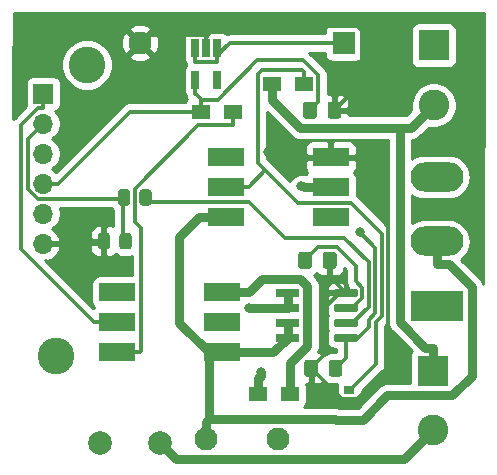
<source format=gbl>
G04 #@! TF.GenerationSoftware,KiCad,Pcbnew,5.1.7-a382d34a8~88~ubuntu18.04.1*
G04 #@! TF.CreationDate,2021-11-19T22:51:01+05:30*
G04 #@! TF.ProjectId,BackEnd_HeavyDevice_v5,4261636b-456e-4645-9f48-656176794465,rev?*
G04 #@! TF.SameCoordinates,Original*
G04 #@! TF.FileFunction,Copper,L2,Bot*
G04 #@! TF.FilePolarity,Positive*
%FSLAX46Y46*%
G04 Gerber Fmt 4.6, Leading zero omitted, Abs format (unit mm)*
G04 Created by KiCad (PCBNEW 5.1.7-a382d34a8~88~ubuntu18.04.1) date 2021-11-19 22:51:01*
%MOMM*%
%LPD*%
G01*
G04 APERTURE LIST*
G04 #@! TA.AperFunction,ComponentPad*
%ADD10C,3.100000*%
G04 #@! TD*
G04 #@! TA.AperFunction,ComponentPad*
%ADD11R,1.950000X1.950000*%
G04 #@! TD*
G04 #@! TA.AperFunction,ComponentPad*
%ADD12C,1.950000*%
G04 #@! TD*
G04 #@! TA.AperFunction,ComponentPad*
%ADD13R,2.600000X2.600000*%
G04 #@! TD*
G04 #@! TA.AperFunction,ComponentPad*
%ADD14C,2.600000*%
G04 #@! TD*
G04 #@! TA.AperFunction,ComponentPad*
%ADD15R,4.500000X2.500000*%
G04 #@! TD*
G04 #@! TA.AperFunction,ComponentPad*
%ADD16O,4.500000X2.500000*%
G04 #@! TD*
G04 #@! TA.AperFunction,ComponentPad*
%ADD17C,2.000000*%
G04 #@! TD*
G04 #@! TA.AperFunction,SMDPad,CuDef*
%ADD18R,0.900000X0.800000*%
G04 #@! TD*
G04 #@! TA.AperFunction,SMDPad,CuDef*
%ADD19R,1.500000X1.300000*%
G04 #@! TD*
G04 #@! TA.AperFunction,SMDPad,CuDef*
%ADD20R,3.100000X1.600000*%
G04 #@! TD*
G04 #@! TA.AperFunction,SMDPad,CuDef*
%ADD21R,0.650000X1.560000*%
G04 #@! TD*
G04 #@! TA.AperFunction,ComponentPad*
%ADD22R,1.700000X1.700000*%
G04 #@! TD*
G04 #@! TA.AperFunction,ComponentPad*
%ADD23O,1.700000X1.700000*%
G04 #@! TD*
G04 #@! TA.AperFunction,ViaPad*
%ADD24C,0.800000*%
G04 #@! TD*
G04 #@! TA.AperFunction,Conductor*
%ADD25C,0.350000*%
G04 #@! TD*
G04 #@! TA.AperFunction,Conductor*
%ADD26C,0.800000*%
G04 #@! TD*
G04 #@! TA.AperFunction,Conductor*
%ADD27C,0.254000*%
G04 #@! TD*
G04 #@! TA.AperFunction,Conductor*
%ADD28C,0.100000*%
G04 #@! TD*
G04 APERTURE END LIST*
D10*
X114554000Y-126187000D03*
X117216000Y-101514000D03*
G04 #@! TA.AperFunction,SMDPad,CuDef*
G36*
G01*
X136684000Y-104882000D02*
X136684000Y-105832000D01*
G75*
G02*
X136434000Y-106082000I-250000J0D01*
G01*
X135759000Y-106082000D01*
G75*
G02*
X135509000Y-105832000I0J250000D01*
G01*
X135509000Y-104882000D01*
G75*
G02*
X135759000Y-104632000I250000J0D01*
G01*
X136434000Y-104632000D01*
G75*
G02*
X136684000Y-104882000I0J-250000D01*
G01*
G37*
G04 #@! TD.AperFunction*
G04 #@! TA.AperFunction,SMDPad,CuDef*
G36*
G01*
X138759000Y-104882000D02*
X138759000Y-105832000D01*
G75*
G02*
X138509000Y-106082000I-250000J0D01*
G01*
X137834000Y-106082000D01*
G75*
G02*
X137584000Y-105832000I0J250000D01*
G01*
X137584000Y-104882000D01*
G75*
G02*
X137834000Y-104632000I250000J0D01*
G01*
X138509000Y-104632000D01*
G75*
G02*
X138759000Y-104882000I0J-250000D01*
G01*
G37*
G04 #@! TD.AperFunction*
G04 #@! TA.AperFunction,SMDPad,CuDef*
G36*
G01*
X136276000Y-117599000D02*
X136276000Y-118549000D01*
G75*
G02*
X136026000Y-118799000I-250000J0D01*
G01*
X135351000Y-118799000D01*
G75*
G02*
X135101000Y-118549000I0J250000D01*
G01*
X135101000Y-117599000D01*
G75*
G02*
X135351000Y-117349000I250000J0D01*
G01*
X136026000Y-117349000D01*
G75*
G02*
X136276000Y-117599000I0J-250000D01*
G01*
G37*
G04 #@! TD.AperFunction*
G04 #@! TA.AperFunction,SMDPad,CuDef*
G36*
G01*
X138351000Y-117599000D02*
X138351000Y-118549000D01*
G75*
G02*
X138101000Y-118799000I-250000J0D01*
G01*
X137426000Y-118799000D01*
G75*
G02*
X137176000Y-118549000I0J250000D01*
G01*
X137176000Y-117599000D01*
G75*
G02*
X137426000Y-117349000I250000J0D01*
G01*
X138101000Y-117349000D01*
G75*
G02*
X138351000Y-117599000I0J-250000D01*
G01*
G37*
G04 #@! TD.AperFunction*
G04 #@! TA.AperFunction,SMDPad,CuDef*
G36*
G01*
X136774000Y-126736000D02*
X136774000Y-127686000D01*
G75*
G02*
X136524000Y-127936000I-250000J0D01*
G01*
X135849000Y-127936000D01*
G75*
G02*
X135599000Y-127686000I0J250000D01*
G01*
X135599000Y-126736000D01*
G75*
G02*
X135849000Y-126486000I250000J0D01*
G01*
X136524000Y-126486000D01*
G75*
G02*
X136774000Y-126736000I0J-250000D01*
G01*
G37*
G04 #@! TD.AperFunction*
G04 #@! TA.AperFunction,SMDPad,CuDef*
G36*
G01*
X138849000Y-126736000D02*
X138849000Y-127686000D01*
G75*
G02*
X138599000Y-127936000I-250000J0D01*
G01*
X137924000Y-127936000D01*
G75*
G02*
X137674000Y-127686000I0J250000D01*
G01*
X137674000Y-126736000D01*
G75*
G02*
X137924000Y-126486000I250000J0D01*
G01*
X138599000Y-126486000D01*
G75*
G02*
X138849000Y-126736000I0J-250000D01*
G01*
G37*
G04 #@! TD.AperFunction*
G04 #@! TA.AperFunction,SMDPad,CuDef*
G36*
G01*
X138165000Y-124903000D02*
X138165000Y-124387000D01*
G75*
G02*
X138207000Y-124345000I42000J0D01*
G01*
X140093000Y-124345000D01*
G75*
G02*
X140135000Y-124387000I0J-42000D01*
G01*
X140135000Y-124903000D01*
G75*
G02*
X140093000Y-124945000I-42000J0D01*
G01*
X138207000Y-124945000D01*
G75*
G02*
X138165000Y-124903000I0J42000D01*
G01*
G37*
G04 #@! TD.AperFunction*
G04 #@! TA.AperFunction,SMDPad,CuDef*
G36*
G01*
X138165000Y-123633000D02*
X138165000Y-123117000D01*
G75*
G02*
X138207000Y-123075000I42000J0D01*
G01*
X140093000Y-123075000D01*
G75*
G02*
X140135000Y-123117000I0J-42000D01*
G01*
X140135000Y-123633000D01*
G75*
G02*
X140093000Y-123675000I-42000J0D01*
G01*
X138207000Y-123675000D01*
G75*
G02*
X138165000Y-123633000I0J42000D01*
G01*
G37*
G04 #@! TD.AperFunction*
G04 #@! TA.AperFunction,SMDPad,CuDef*
G36*
G01*
X138165000Y-122363000D02*
X138165000Y-121847000D01*
G75*
G02*
X138207000Y-121805000I42000J0D01*
G01*
X140093000Y-121805000D01*
G75*
G02*
X140135000Y-121847000I0J-42000D01*
G01*
X140135000Y-122363000D01*
G75*
G02*
X140093000Y-122405000I-42000J0D01*
G01*
X138207000Y-122405000D01*
G75*
G02*
X138165000Y-122363000I0J42000D01*
G01*
G37*
G04 #@! TD.AperFunction*
G04 #@! TA.AperFunction,SMDPad,CuDef*
G36*
G01*
X138165000Y-121093000D02*
X138165000Y-120577000D01*
G75*
G02*
X138207000Y-120535000I42000J0D01*
G01*
X140093000Y-120535000D01*
G75*
G02*
X140135000Y-120577000I0J-42000D01*
G01*
X140135000Y-121093000D01*
G75*
G02*
X140093000Y-121135000I-42000J0D01*
G01*
X138207000Y-121135000D01*
G75*
G02*
X138165000Y-121093000I0J42000D01*
G01*
G37*
G04 #@! TD.AperFunction*
G04 #@! TA.AperFunction,SMDPad,CuDef*
G36*
G01*
X133215000Y-121093000D02*
X133215000Y-120577000D01*
G75*
G02*
X133257000Y-120535000I42000J0D01*
G01*
X135143000Y-120535000D01*
G75*
G02*
X135185000Y-120577000I0J-42000D01*
G01*
X135185000Y-121093000D01*
G75*
G02*
X135143000Y-121135000I-42000J0D01*
G01*
X133257000Y-121135000D01*
G75*
G02*
X133215000Y-121093000I0J42000D01*
G01*
G37*
G04 #@! TD.AperFunction*
G04 #@! TA.AperFunction,SMDPad,CuDef*
G36*
G01*
X133215000Y-122363000D02*
X133215000Y-121847000D01*
G75*
G02*
X133257000Y-121805000I42000J0D01*
G01*
X135143000Y-121805000D01*
G75*
G02*
X135185000Y-121847000I0J-42000D01*
G01*
X135185000Y-122363000D01*
G75*
G02*
X135143000Y-122405000I-42000J0D01*
G01*
X133257000Y-122405000D01*
G75*
G02*
X133215000Y-122363000I0J42000D01*
G01*
G37*
G04 #@! TD.AperFunction*
G04 #@! TA.AperFunction,SMDPad,CuDef*
G36*
G01*
X133215000Y-123633000D02*
X133215000Y-123117000D01*
G75*
G02*
X133257000Y-123075000I42000J0D01*
G01*
X135143000Y-123075000D01*
G75*
G02*
X135185000Y-123117000I0J-42000D01*
G01*
X135185000Y-123633000D01*
G75*
G02*
X135143000Y-123675000I-42000J0D01*
G01*
X133257000Y-123675000D01*
G75*
G02*
X133215000Y-123633000I0J42000D01*
G01*
G37*
G04 #@! TD.AperFunction*
G04 #@! TA.AperFunction,SMDPad,CuDef*
G36*
G01*
X133215000Y-124903000D02*
X133215000Y-124387000D01*
G75*
G02*
X133257000Y-124345000I42000J0D01*
G01*
X135143000Y-124345000D01*
G75*
G02*
X135185000Y-124387000I0J-42000D01*
G01*
X135185000Y-124903000D01*
G75*
G02*
X135143000Y-124945000I-42000J0D01*
G01*
X133257000Y-124945000D01*
G75*
G02*
X133215000Y-124903000I0J42000D01*
G01*
G37*
G04 #@! TD.AperFunction*
D11*
X138971000Y-99667000D03*
D12*
X127287000Y-133195000D03*
X121699000Y-99667000D03*
X133383000Y-133195000D03*
G04 #@! TA.AperFunction,SMDPad,CuDef*
G36*
G01*
X119964000Y-116896001D02*
X119964000Y-115995999D01*
G75*
G02*
X120213999Y-115746000I249999J0D01*
G01*
X120739001Y-115746000D01*
G75*
G02*
X120989000Y-115995999I0J-249999D01*
G01*
X120989000Y-116896001D01*
G75*
G02*
X120739001Y-117146000I-249999J0D01*
G01*
X120213999Y-117146000D01*
G75*
G02*
X119964000Y-116896001I0J249999D01*
G01*
G37*
G04 #@! TD.AperFunction*
G04 #@! TA.AperFunction,SMDPad,CuDef*
G36*
G01*
X118139000Y-116896001D02*
X118139000Y-115995999D01*
G75*
G02*
X118388999Y-115746000I249999J0D01*
G01*
X118914001Y-115746000D01*
G75*
G02*
X119164000Y-115995999I0J-249999D01*
G01*
X119164000Y-116896001D01*
G75*
G02*
X118914001Y-117146000I-249999J0D01*
G01*
X118388999Y-117146000D01*
G75*
G02*
X118139000Y-116896001I0J249999D01*
G01*
G37*
G04 #@! TD.AperFunction*
D13*
X146576000Y-99860100D03*
D14*
X146576000Y-104940100D03*
D13*
X146497000Y-127460000D03*
D14*
X146497000Y-132460000D03*
G04 #@! TA.AperFunction,SMDPad,CuDef*
G36*
G01*
X121655000Y-113201001D02*
X121655000Y-112300999D01*
G75*
G02*
X121904999Y-112051000I249999J0D01*
G01*
X122430001Y-112051000D01*
G75*
G02*
X122680000Y-112300999I0J-249999D01*
G01*
X122680000Y-113201001D01*
G75*
G02*
X122430001Y-113451000I-249999J0D01*
G01*
X121904999Y-113451000D01*
G75*
G02*
X121655000Y-113201001I0J249999D01*
G01*
G37*
G04 #@! TD.AperFunction*
G04 #@! TA.AperFunction,SMDPad,CuDef*
G36*
G01*
X119830000Y-113201001D02*
X119830000Y-112300999D01*
G75*
G02*
X120079999Y-112051000I249999J0D01*
G01*
X120605001Y-112051000D01*
G75*
G02*
X120855000Y-112300999I0J-249999D01*
G01*
X120855000Y-113201001D01*
G75*
G02*
X120605001Y-113451000I-249999J0D01*
G01*
X120079999Y-113451000D01*
G75*
G02*
X119830000Y-113201001I0J249999D01*
G01*
G37*
G04 #@! TD.AperFunction*
D15*
X146827000Y-121917000D03*
D16*
X146827000Y-116467000D03*
X146827000Y-111017000D03*
D17*
X118316000Y-133530000D03*
X123396000Y-133520000D03*
D18*
X139433000Y-131587000D03*
X139433000Y-129047000D03*
D19*
X135611000Y-103152000D03*
X132911000Y-103152000D03*
X126909000Y-105474000D03*
X129609000Y-105474000D03*
X131718000Y-129398000D03*
X134418000Y-129398000D03*
D20*
X128971000Y-114430000D03*
X137861000Y-109350000D03*
X128971000Y-111890000D03*
X137861000Y-111890000D03*
X128971000Y-109350000D03*
X137861000Y-114430000D03*
D21*
X126357000Y-102824000D03*
X128257000Y-102824000D03*
X128257000Y-100124000D03*
X127307000Y-100124000D03*
X126357000Y-100124000D03*
D20*
X128666000Y-125862000D03*
X119776000Y-120782000D03*
X128666000Y-123322000D03*
X119776000Y-123322000D03*
X128666000Y-120782000D03*
X119776000Y-125862000D03*
D22*
X113515000Y-103967000D03*
D23*
X113515000Y-106507000D03*
X113515000Y-109047000D03*
X113515000Y-111587000D03*
X113515000Y-114127000D03*
X113515000Y-116667000D03*
D24*
X140335000Y-115712240D03*
X132503700Y-108913800D03*
X130916300Y-122105000D03*
X135323400Y-111810600D03*
X131931500Y-127505000D03*
D25*
X137620700Y-99667000D02*
X129291600Y-99667000D01*
X129291600Y-99667000D02*
X128257000Y-100701600D01*
X138971000Y-99667000D02*
X137620700Y-99667000D01*
X128257000Y-100701600D02*
X128257000Y-101279300D01*
X128257000Y-100124000D02*
X128257000Y-100701600D01*
X126357000Y-101279300D02*
X128257000Y-101279300D01*
X138261500Y-127211000D02*
X139150000Y-126322500D01*
X139150000Y-126322500D02*
X139150000Y-124645000D01*
X126357000Y-100124000D02*
X126357000Y-101279300D01*
X141068000Y-123111200D02*
X141611100Y-122568100D01*
X141068000Y-123712000D02*
X141068000Y-123111200D01*
X141611100Y-116988340D02*
X140335000Y-115712240D01*
X140135000Y-124645000D02*
X141068000Y-123712000D01*
X139150000Y-124645000D02*
X140135000Y-124645000D01*
X141611100Y-122568100D02*
X141611100Y-116988340D01*
X113515000Y-116667000D02*
X118430500Y-116667000D01*
X118430500Y-116667000D02*
X118651500Y-116446000D01*
X136186500Y-127211000D02*
X138818100Y-129842600D01*
X138818100Y-129842600D02*
X140068500Y-129842600D01*
X140068500Y-129842600D02*
X142718800Y-127192300D01*
X142718800Y-127192300D02*
X142718800Y-112282500D01*
X142718800Y-112282500D02*
X139786300Y-109350000D01*
X127307000Y-99106300D02*
X127307000Y-98968700D01*
X127307000Y-100124000D02*
X127307000Y-99106300D01*
X135935700Y-109350000D02*
X135499500Y-108913800D01*
X135499500Y-108913800D02*
X132503700Y-108913800D01*
X121699000Y-99667000D02*
X122397300Y-98968700D01*
X122397300Y-98968700D02*
X127307000Y-98968700D01*
X138879700Y-120564600D02*
X137297600Y-122146700D01*
X137297600Y-122146700D02*
X137297600Y-126099900D01*
X137297600Y-126099900D02*
X136186500Y-127211000D01*
X138879700Y-120564600D02*
X137763500Y-119448500D01*
X137763500Y-119448500D02*
X137763500Y-118074000D01*
X139150000Y-120835000D02*
X138879700Y-120564600D01*
X137861000Y-109350000D02*
X135935700Y-109350000D01*
X137861000Y-109350000D02*
X139786300Y-109350000D01*
X140464540Y-103063960D02*
X138171500Y-105357000D01*
X140464540Y-98611340D02*
X140464540Y-103063960D01*
X140044520Y-98191320D02*
X140464540Y-98611340D01*
X127307000Y-98968700D02*
X128084380Y-98191320D01*
X128084380Y-98191320D02*
X140044520Y-98191320D01*
X113515000Y-111587000D02*
X114740300Y-111587000D01*
X114740300Y-111587000D02*
X120853300Y-105474000D01*
X120853300Y-105474000D02*
X126909000Y-105474000D01*
X126909000Y-104464700D02*
X126909000Y-104448700D01*
X126909000Y-105474000D02*
X126909000Y-104464700D01*
X126357000Y-102824000D02*
X126357000Y-103979300D01*
X126357000Y-103979300D02*
X126439600Y-103979300D01*
X126439600Y-103979300D02*
X126909000Y-104448700D01*
X136786000Y-104667500D02*
X136096500Y-105357000D01*
X135538380Y-101147880D02*
X136786000Y-102395500D01*
X131627520Y-101147880D02*
X135538380Y-101147880D01*
X136786000Y-102395500D02*
X136786000Y-104667500D01*
X126909000Y-104464700D02*
X128310700Y-104464700D01*
X128310700Y-104464700D02*
X131627520Y-101147880D01*
D26*
X123396000Y-133520000D02*
X124763800Y-134887800D01*
X124763800Y-134887800D02*
X144069200Y-134887800D01*
X144069200Y-134887800D02*
X146497000Y-132460000D01*
D25*
X135611000Y-102126700D02*
X135448400Y-101964100D01*
X135448400Y-101964100D02*
X132005500Y-101964100D01*
X132005500Y-101964100D02*
X131685300Y-102284300D01*
X131685300Y-102284300D02*
X131685300Y-109820500D01*
X131685300Y-109820500D02*
X132325600Y-110460700D01*
X130896300Y-111890000D02*
X132325600Y-110460700D01*
X128971000Y-111890000D02*
X130896300Y-111890000D01*
X135611000Y-103152000D02*
X135611000Y-102126700D01*
X139483000Y-129047000D02*
X141672500Y-126857500D01*
X142161400Y-122796100D02*
X142161400Y-115829700D01*
X135074800Y-113210000D02*
X132325600Y-110460700D01*
X141672500Y-123285000D02*
X142161400Y-122796100D01*
X139433000Y-129047000D02*
X139483000Y-129047000D01*
X141672500Y-126857500D02*
X141672500Y-123285000D01*
X142161400Y-115829700D02*
X139541700Y-113210000D01*
X139541700Y-113210000D02*
X135074800Y-113210000D01*
D26*
X132911000Y-103152000D02*
X132911000Y-104502300D01*
X132911000Y-104502300D02*
X135250100Y-106841400D01*
X135250100Y-106841400D02*
X143857900Y-106841400D01*
X143857900Y-106841400D02*
X144674700Y-106841400D01*
X144674700Y-106841400D02*
X146576000Y-104940100D01*
X143720820Y-123308620D02*
X143720820Y-106978480D01*
X143720820Y-106978480D02*
X143857900Y-106841400D01*
X145871900Y-125459700D02*
X143720820Y-123308620D01*
X146497000Y-127460000D02*
X146497000Y-125459700D01*
X146497000Y-125459700D02*
X145871900Y-125459700D01*
X134200000Y-122105000D02*
X130916300Y-122105000D01*
X134200000Y-122105000D02*
X134200000Y-120835000D01*
X135610700Y-111890000D02*
X135531300Y-111810600D01*
X135531300Y-111810600D02*
X135323400Y-111810600D01*
X137861000Y-111890000D02*
X135610700Y-111890000D01*
D25*
X113515000Y-105192300D02*
X113050800Y-105192300D01*
X113050800Y-105192300D02*
X111636700Y-106606400D01*
X111636700Y-106606400D02*
X111636700Y-117108000D01*
X111636700Y-117108000D02*
X117850700Y-123322000D01*
X119776000Y-123322000D02*
X117850700Y-123322000D01*
X113515000Y-103967000D02*
X113515000Y-105192300D01*
D26*
X131718000Y-129398000D02*
X131718000Y-128047700D01*
X131718000Y-128047700D02*
X131931500Y-127834200D01*
X131931500Y-127834200D02*
X131931500Y-127505000D01*
D25*
X126627360Y-106644440D02*
X129609000Y-106644440D01*
X121701300Y-125862000D02*
X121801400Y-125761900D01*
X121801400Y-125761900D02*
X121801400Y-115353200D01*
X121255000Y-112016800D02*
X126627360Y-106644440D01*
X119776000Y-125862000D02*
X121701300Y-125862000D01*
X121801400Y-115353200D02*
X121255000Y-114806800D01*
X129609000Y-106644440D02*
X129609000Y-105474000D01*
X121255000Y-114806800D02*
X121255000Y-112016800D01*
D26*
X134418000Y-129398000D02*
X134418000Y-128047700D01*
X134418000Y-128047700D02*
X134418000Y-126750400D01*
X134418000Y-126750400D02*
X135885500Y-125282900D01*
X135885500Y-125282900D02*
X135885500Y-120269700D01*
X135885500Y-120269700D02*
X135279300Y-119663500D01*
X135279300Y-119663500D02*
X132034800Y-119663500D01*
X132034800Y-119663500D02*
X130916300Y-120782000D01*
X128666000Y-120782000D02*
X130916300Y-120782000D01*
X134200000Y-124645000D02*
X134200000Y-123375000D01*
X128666000Y-125862000D02*
X132983000Y-125862000D01*
X132983000Y-125862000D02*
X134200000Y-124645000D01*
X127540900Y-125862000D02*
X127540900Y-131519600D01*
X139433000Y-131587000D02*
X138282700Y-131587000D01*
X139433000Y-131587000D02*
X140583300Y-131587000D01*
X138282700Y-131587000D02*
X138215300Y-131519600D01*
X138215300Y-131519600D02*
X127540900Y-131519600D01*
X140583300Y-131587000D02*
X142655700Y-129514600D01*
X142655700Y-129514600D02*
X148089800Y-129514600D01*
X148089800Y-129514600D02*
X149777400Y-127827000D01*
X149777400Y-127827000D02*
X149777400Y-120350600D01*
X149777400Y-120350600D02*
X147844100Y-118417300D01*
X147844100Y-118417300D02*
X146827000Y-118417300D01*
X127540900Y-131519600D02*
X127287000Y-131773500D01*
X127287000Y-131773500D02*
X127287000Y-133195000D01*
X128666000Y-125862000D02*
X127540900Y-125862000D01*
X146827000Y-116467000D02*
X146827000Y-118417300D01*
X126720700Y-114430000D02*
X128971000Y-114430000D01*
X125039120Y-116111580D02*
X126720700Y-114430000D01*
X127540900Y-125862000D02*
X125039120Y-123360220D01*
X125039120Y-123360220D02*
X125039120Y-116111580D01*
D25*
X120236500Y-112857000D02*
X120342500Y-112751000D01*
X113515000Y-106507000D02*
X112187100Y-107834900D01*
X112187100Y-107834900D02*
X112187100Y-112013900D01*
X112187100Y-112013900D02*
X113030200Y-112857000D01*
X113030200Y-112857000D02*
X120236500Y-112857000D01*
X120236500Y-112857000D02*
X120236500Y-116206000D01*
X120236500Y-116206000D02*
X120476500Y-116446000D01*
X122526500Y-113110000D02*
X122167500Y-112751000D01*
X130970600Y-113110000D02*
X122526500Y-113110000D01*
X139150000Y-123375000D02*
X139688700Y-123375000D01*
X141060800Y-122002900D02*
X141060800Y-118241440D01*
X141060800Y-118241440D02*
X138978640Y-116159280D01*
X138978640Y-116159280D02*
X134019880Y-116159280D01*
X139688700Y-123375000D02*
X141060800Y-122002900D01*
X134019880Y-116159280D02*
X130970600Y-113110000D01*
X139150000Y-122105000D02*
X139673600Y-122105000D01*
X139673600Y-122105000D02*
X140510500Y-121268100D01*
X140510500Y-121268100D02*
X140510500Y-120404300D01*
X140510500Y-120404300D02*
X139967300Y-119861100D01*
X139967300Y-119861100D02*
X139967300Y-118532600D01*
X139967300Y-118532600D02*
X138384900Y-116950200D01*
X138384900Y-116950200D02*
X136812300Y-116950200D01*
X136812300Y-116950200D02*
X135688500Y-118074000D01*
D27*
X142700796Y-123511514D02*
X142759979Y-123706612D01*
X142856086Y-123886417D01*
X142985424Y-124044016D01*
X143024917Y-124076427D01*
X144705918Y-125757429D01*
X144666463Y-125805506D01*
X144607498Y-125915820D01*
X144571188Y-126035518D01*
X144558928Y-126160000D01*
X144558928Y-128479600D01*
X142706527Y-128479600D01*
X142655699Y-128474594D01*
X142604871Y-128479600D01*
X142604862Y-128479600D01*
X142452805Y-128494576D01*
X142257707Y-128553759D01*
X142219704Y-128574072D01*
X142077902Y-128649866D01*
X141959792Y-128746797D01*
X141920304Y-128779204D01*
X141887897Y-128818692D01*
X140154590Y-130552000D01*
X139914192Y-130552000D01*
X139883000Y-130548928D01*
X138983000Y-130548928D01*
X138951808Y-130552000D01*
X138591012Y-130552000D01*
X138418195Y-130499576D01*
X138266138Y-130484600D01*
X138266128Y-130484600D01*
X138215300Y-130479594D01*
X138164472Y-130484600D01*
X135631155Y-130484600D01*
X135698537Y-130402494D01*
X135757502Y-130292180D01*
X135793812Y-130172482D01*
X135806072Y-130048000D01*
X135806072Y-128748000D01*
X135793812Y-128623518D01*
X135778259Y-128572247D01*
X135900750Y-128571000D01*
X136059500Y-128412250D01*
X136059500Y-127338000D01*
X136039500Y-127338000D01*
X136039500Y-127084000D01*
X136059500Y-127084000D01*
X136059500Y-127064000D01*
X136313500Y-127064000D01*
X136313500Y-127084000D01*
X136333500Y-127084000D01*
X136333500Y-127338000D01*
X136313500Y-127338000D01*
X136313500Y-128412250D01*
X136472250Y-128571000D01*
X136774000Y-128574072D01*
X136898482Y-128561812D01*
X137018180Y-128525502D01*
X137128494Y-128466537D01*
X137225185Y-128387185D01*
X137290658Y-128307406D01*
X137296038Y-128313962D01*
X137430614Y-128424405D01*
X137584150Y-128506472D01*
X137750746Y-128557008D01*
X137924000Y-128574072D01*
X138352111Y-128574072D01*
X138344928Y-128647000D01*
X138344928Y-129447000D01*
X138357188Y-129571482D01*
X138393498Y-129691180D01*
X138452463Y-129801494D01*
X138531815Y-129898185D01*
X138628506Y-129977537D01*
X138738820Y-130036502D01*
X138858518Y-130072812D01*
X138983000Y-130085072D01*
X139883000Y-130085072D01*
X140007482Y-130072812D01*
X140127180Y-130036502D01*
X140237494Y-129977537D01*
X140334185Y-129898185D01*
X140413537Y-129801494D01*
X140472502Y-129691180D01*
X140508812Y-129571482D01*
X140521072Y-129447000D01*
X140521072Y-129154440D01*
X142217119Y-127458394D01*
X142248028Y-127433028D01*
X142349249Y-127309689D01*
X142354389Y-127300072D01*
X142424463Y-127168974D01*
X142470780Y-127016288D01*
X142486419Y-126857500D01*
X142482500Y-126817709D01*
X142482500Y-123620512D01*
X142690996Y-123412016D01*
X142700796Y-123511514D01*
G04 #@! TA.AperFunction,Conductor*
D28*
G36*
X142700796Y-123511514D02*
G01*
X142759979Y-123706612D01*
X142856086Y-123886417D01*
X142985424Y-124044016D01*
X143024917Y-124076427D01*
X144705918Y-125757429D01*
X144666463Y-125805506D01*
X144607498Y-125915820D01*
X144571188Y-126035518D01*
X144558928Y-126160000D01*
X144558928Y-128479600D01*
X142706527Y-128479600D01*
X142655699Y-128474594D01*
X142604871Y-128479600D01*
X142604862Y-128479600D01*
X142452805Y-128494576D01*
X142257707Y-128553759D01*
X142219704Y-128574072D01*
X142077902Y-128649866D01*
X141959792Y-128746797D01*
X141920304Y-128779204D01*
X141887897Y-128818692D01*
X140154590Y-130552000D01*
X139914192Y-130552000D01*
X139883000Y-130548928D01*
X138983000Y-130548928D01*
X138951808Y-130552000D01*
X138591012Y-130552000D01*
X138418195Y-130499576D01*
X138266138Y-130484600D01*
X138266128Y-130484600D01*
X138215300Y-130479594D01*
X138164472Y-130484600D01*
X135631155Y-130484600D01*
X135698537Y-130402494D01*
X135757502Y-130292180D01*
X135793812Y-130172482D01*
X135806072Y-130048000D01*
X135806072Y-128748000D01*
X135793812Y-128623518D01*
X135778259Y-128572247D01*
X135900750Y-128571000D01*
X136059500Y-128412250D01*
X136059500Y-127338000D01*
X136039500Y-127338000D01*
X136039500Y-127084000D01*
X136059500Y-127084000D01*
X136059500Y-127064000D01*
X136313500Y-127064000D01*
X136313500Y-127084000D01*
X136333500Y-127084000D01*
X136333500Y-127338000D01*
X136313500Y-127338000D01*
X136313500Y-128412250D01*
X136472250Y-128571000D01*
X136774000Y-128574072D01*
X136898482Y-128561812D01*
X137018180Y-128525502D01*
X137128494Y-128466537D01*
X137225185Y-128387185D01*
X137290658Y-128307406D01*
X137296038Y-128313962D01*
X137430614Y-128424405D01*
X137584150Y-128506472D01*
X137750746Y-128557008D01*
X137924000Y-128574072D01*
X138352111Y-128574072D01*
X138344928Y-128647000D01*
X138344928Y-129447000D01*
X138357188Y-129571482D01*
X138393498Y-129691180D01*
X138452463Y-129801494D01*
X138531815Y-129898185D01*
X138628506Y-129977537D01*
X138738820Y-130036502D01*
X138858518Y-130072812D01*
X138983000Y-130085072D01*
X139883000Y-130085072D01*
X140007482Y-130072812D01*
X140127180Y-130036502D01*
X140237494Y-129977537D01*
X140334185Y-129898185D01*
X140413537Y-129801494D01*
X140472502Y-129691180D01*
X140508812Y-129571482D01*
X140521072Y-129447000D01*
X140521072Y-129154440D01*
X142217119Y-127458394D01*
X142248028Y-127433028D01*
X142349249Y-127309689D01*
X142354389Y-127300072D01*
X142424463Y-127168974D01*
X142470780Y-127016288D01*
X142486419Y-126857500D01*
X142482500Y-126817709D01*
X142482500Y-123620512D01*
X142690996Y-123412016D01*
X142700796Y-123511514D01*
G37*
G04 #@! TD.AperFunction*
D27*
X137890500Y-117947000D02*
X137910500Y-117947000D01*
X137910500Y-118201000D01*
X137890500Y-118201000D01*
X137890500Y-119275250D01*
X138049250Y-119434000D01*
X138351000Y-119437072D01*
X138475482Y-119424812D01*
X138595180Y-119388502D01*
X138705494Y-119329537D01*
X138802185Y-119250185D01*
X138881537Y-119153494D01*
X138940502Y-119043180D01*
X138976812Y-118923482D01*
X138989072Y-118799000D01*
X138988374Y-118699187D01*
X139157301Y-118868114D01*
X139157300Y-119821311D01*
X139153381Y-119861100D01*
X139157300Y-119900888D01*
X139157300Y-119900890D01*
X139169020Y-120019887D01*
X139215337Y-120172572D01*
X139250349Y-120238075D01*
X139277000Y-120287936D01*
X139277000Y-120708000D01*
X139297000Y-120708000D01*
X139297000Y-120962000D01*
X139277000Y-120962000D01*
X139277000Y-120982000D01*
X139023000Y-120982000D01*
X139023000Y-120962000D01*
X137688750Y-120962000D01*
X137530000Y-121120750D01*
X137526928Y-121135000D01*
X137539188Y-121259482D01*
X137575498Y-121379180D01*
X137632571Y-121485954D01*
X137578695Y-121586748D01*
X137539995Y-121714325D01*
X137526928Y-121847000D01*
X137526928Y-122363000D01*
X137539995Y-122495675D01*
X137578695Y-122623252D01*
X137641098Y-122740000D01*
X137578695Y-122856748D01*
X137539995Y-122984325D01*
X137526928Y-123117000D01*
X137526928Y-123633000D01*
X137539995Y-123765675D01*
X137578695Y-123893252D01*
X137641098Y-124010000D01*
X137578695Y-124126748D01*
X137539995Y-124254325D01*
X137526928Y-124387000D01*
X137526928Y-124903000D01*
X137539995Y-125035675D01*
X137578695Y-125163252D01*
X137641541Y-125280828D01*
X137726116Y-125383884D01*
X137829172Y-125468459D01*
X137946748Y-125531305D01*
X138074325Y-125570005D01*
X138207000Y-125583072D01*
X138340000Y-125583072D01*
X138340000Y-125847928D01*
X137924000Y-125847928D01*
X137750746Y-125864992D01*
X137584150Y-125915528D01*
X137430614Y-125997595D01*
X137296038Y-126108038D01*
X137290658Y-126114594D01*
X137225185Y-126034815D01*
X137128494Y-125955463D01*
X137018180Y-125896498D01*
X136898482Y-125860188D01*
X136774000Y-125847928D01*
X136756967Y-125848101D01*
X136803042Y-125761900D01*
X136846341Y-125680893D01*
X136905524Y-125485795D01*
X136920500Y-125333738D01*
X136920500Y-125333729D01*
X136925506Y-125282901D01*
X136920500Y-125232073D01*
X136920500Y-120535000D01*
X137526928Y-120535000D01*
X137530000Y-120549250D01*
X137688750Y-120708000D01*
X139023000Y-120708000D01*
X139023000Y-120058750D01*
X138864250Y-119900000D01*
X138165000Y-119896928D01*
X138040518Y-119909188D01*
X137920820Y-119945498D01*
X137810506Y-120004463D01*
X137713815Y-120083815D01*
X137634463Y-120180506D01*
X137575498Y-120290820D01*
X137539188Y-120410518D01*
X137526928Y-120535000D01*
X136920500Y-120535000D01*
X136920500Y-120320527D01*
X136925506Y-120269699D01*
X136920500Y-120218871D01*
X136920500Y-120218862D01*
X136905524Y-120066805D01*
X136846341Y-119871707D01*
X136774777Y-119737820D01*
X136750234Y-119691902D01*
X136687289Y-119615204D01*
X136620896Y-119534304D01*
X136581403Y-119501893D01*
X136420025Y-119340515D01*
X136519386Y-119287405D01*
X136653962Y-119176962D01*
X136659342Y-119170406D01*
X136724815Y-119250185D01*
X136821506Y-119329537D01*
X136931820Y-119388502D01*
X137051518Y-119424812D01*
X137176000Y-119437072D01*
X137477750Y-119434000D01*
X137636500Y-119275250D01*
X137636500Y-118201000D01*
X137616500Y-118201000D01*
X137616500Y-117947000D01*
X137636500Y-117947000D01*
X137636500Y-117927000D01*
X137890500Y-117927000D01*
X137890500Y-117947000D01*
G04 #@! TA.AperFunction,Conductor*
D28*
G36*
X137890500Y-117947000D02*
G01*
X137910500Y-117947000D01*
X137910500Y-118201000D01*
X137890500Y-118201000D01*
X137890500Y-119275250D01*
X138049250Y-119434000D01*
X138351000Y-119437072D01*
X138475482Y-119424812D01*
X138595180Y-119388502D01*
X138705494Y-119329537D01*
X138802185Y-119250185D01*
X138881537Y-119153494D01*
X138940502Y-119043180D01*
X138976812Y-118923482D01*
X138989072Y-118799000D01*
X138988374Y-118699187D01*
X139157301Y-118868114D01*
X139157300Y-119821311D01*
X139153381Y-119861100D01*
X139157300Y-119900888D01*
X139157300Y-119900890D01*
X139169020Y-120019887D01*
X139215337Y-120172572D01*
X139250349Y-120238075D01*
X139277000Y-120287936D01*
X139277000Y-120708000D01*
X139297000Y-120708000D01*
X139297000Y-120962000D01*
X139277000Y-120962000D01*
X139277000Y-120982000D01*
X139023000Y-120982000D01*
X139023000Y-120962000D01*
X137688750Y-120962000D01*
X137530000Y-121120750D01*
X137526928Y-121135000D01*
X137539188Y-121259482D01*
X137575498Y-121379180D01*
X137632571Y-121485954D01*
X137578695Y-121586748D01*
X137539995Y-121714325D01*
X137526928Y-121847000D01*
X137526928Y-122363000D01*
X137539995Y-122495675D01*
X137578695Y-122623252D01*
X137641098Y-122740000D01*
X137578695Y-122856748D01*
X137539995Y-122984325D01*
X137526928Y-123117000D01*
X137526928Y-123633000D01*
X137539995Y-123765675D01*
X137578695Y-123893252D01*
X137641098Y-124010000D01*
X137578695Y-124126748D01*
X137539995Y-124254325D01*
X137526928Y-124387000D01*
X137526928Y-124903000D01*
X137539995Y-125035675D01*
X137578695Y-125163252D01*
X137641541Y-125280828D01*
X137726116Y-125383884D01*
X137829172Y-125468459D01*
X137946748Y-125531305D01*
X138074325Y-125570005D01*
X138207000Y-125583072D01*
X138340000Y-125583072D01*
X138340000Y-125847928D01*
X137924000Y-125847928D01*
X137750746Y-125864992D01*
X137584150Y-125915528D01*
X137430614Y-125997595D01*
X137296038Y-126108038D01*
X137290658Y-126114594D01*
X137225185Y-126034815D01*
X137128494Y-125955463D01*
X137018180Y-125896498D01*
X136898482Y-125860188D01*
X136774000Y-125847928D01*
X136756967Y-125848101D01*
X136803042Y-125761900D01*
X136846341Y-125680893D01*
X136905524Y-125485795D01*
X136920500Y-125333738D01*
X136920500Y-125333729D01*
X136925506Y-125282901D01*
X136920500Y-125232073D01*
X136920500Y-120535000D01*
X137526928Y-120535000D01*
X137530000Y-120549250D01*
X137688750Y-120708000D01*
X139023000Y-120708000D01*
X139023000Y-120058750D01*
X138864250Y-119900000D01*
X138165000Y-119896928D01*
X138040518Y-119909188D01*
X137920820Y-119945498D01*
X137810506Y-120004463D01*
X137713815Y-120083815D01*
X137634463Y-120180506D01*
X137575498Y-120290820D01*
X137539188Y-120410518D01*
X137526928Y-120535000D01*
X136920500Y-120535000D01*
X136920500Y-120320527D01*
X136925506Y-120269699D01*
X136920500Y-120218871D01*
X136920500Y-120218862D01*
X136905524Y-120066805D01*
X136846341Y-119871707D01*
X136774777Y-119737820D01*
X136750234Y-119691902D01*
X136687289Y-119615204D01*
X136620896Y-119534304D01*
X136581403Y-119501893D01*
X136420025Y-119340515D01*
X136519386Y-119287405D01*
X136653962Y-119176962D01*
X136659342Y-119170406D01*
X136724815Y-119250185D01*
X136821506Y-119329537D01*
X136931820Y-119388502D01*
X137051518Y-119424812D01*
X137176000Y-119437072D01*
X137477750Y-119434000D01*
X137636500Y-119275250D01*
X137636500Y-118201000D01*
X137616500Y-118201000D01*
X137616500Y-117947000D01*
X137636500Y-117947000D01*
X137636500Y-117927000D01*
X137890500Y-117927000D01*
X137890500Y-117947000D01*
G37*
G04 #@! TD.AperFunction*
D27*
X119341595Y-113694387D02*
X119426500Y-113797844D01*
X119426501Y-115166291D01*
X119408180Y-115156498D01*
X119288482Y-115120188D01*
X119164000Y-115107928D01*
X118937250Y-115111000D01*
X118778500Y-115269750D01*
X118778500Y-116319000D01*
X118798500Y-116319000D01*
X118798500Y-116573000D01*
X118778500Y-116573000D01*
X118778500Y-117622250D01*
X118937250Y-117781000D01*
X119164000Y-117784072D01*
X119288482Y-117771812D01*
X119408180Y-117735502D01*
X119518494Y-117676537D01*
X119615185Y-117597185D01*
X119639363Y-117567724D01*
X119720613Y-117634405D01*
X119874149Y-117716472D01*
X120040745Y-117767008D01*
X120213999Y-117784072D01*
X120739001Y-117784072D01*
X120912255Y-117767008D01*
X120991401Y-117743000D01*
X120991401Y-119343928D01*
X118226000Y-119343928D01*
X118101518Y-119356188D01*
X117981820Y-119392498D01*
X117871506Y-119451463D01*
X117774815Y-119530815D01*
X117695463Y-119627506D01*
X117636498Y-119737820D01*
X117600188Y-119857518D01*
X117587928Y-119982000D01*
X117587928Y-121582000D01*
X117600188Y-121706482D01*
X117636498Y-121826180D01*
X117695463Y-121936494D01*
X117774815Y-122033185D01*
X117797741Y-122052000D01*
X117774815Y-122070815D01*
X117761388Y-122087175D01*
X113684151Y-118009938D01*
X113871891Y-118108481D01*
X114146252Y-118011157D01*
X114396355Y-117862178D01*
X114612588Y-117667269D01*
X114786641Y-117433920D01*
X114911825Y-117171099D01*
X114919437Y-117146000D01*
X117500928Y-117146000D01*
X117513188Y-117270482D01*
X117549498Y-117390180D01*
X117608463Y-117500494D01*
X117687815Y-117597185D01*
X117784506Y-117676537D01*
X117894820Y-117735502D01*
X118014518Y-117771812D01*
X118139000Y-117784072D01*
X118365750Y-117781000D01*
X118524500Y-117622250D01*
X118524500Y-116573000D01*
X117662750Y-116573000D01*
X117504000Y-116731750D01*
X117500928Y-117146000D01*
X114919437Y-117146000D01*
X114956476Y-117023890D01*
X114835155Y-116794000D01*
X113642000Y-116794000D01*
X113642000Y-116814000D01*
X113388000Y-116814000D01*
X113388000Y-116794000D01*
X113368000Y-116794000D01*
X113368000Y-116540000D01*
X113388000Y-116540000D01*
X113388000Y-116520000D01*
X113642000Y-116520000D01*
X113642000Y-116540000D01*
X114835155Y-116540000D01*
X114956476Y-116310110D01*
X114911825Y-116162901D01*
X114786641Y-115900080D01*
X114671715Y-115746000D01*
X117500928Y-115746000D01*
X117504000Y-116160250D01*
X117662750Y-116319000D01*
X118524500Y-116319000D01*
X118524500Y-115269750D01*
X118365750Y-115111000D01*
X118139000Y-115107928D01*
X118014518Y-115120188D01*
X117894820Y-115156498D01*
X117784506Y-115215463D01*
X117687815Y-115294815D01*
X117608463Y-115391506D01*
X117549498Y-115501820D01*
X117513188Y-115621518D01*
X117500928Y-115746000D01*
X114671715Y-115746000D01*
X114612588Y-115666731D01*
X114396355Y-115471822D01*
X114279466Y-115402195D01*
X114461632Y-115280475D01*
X114668475Y-115073632D01*
X114830990Y-114830411D01*
X114942932Y-114560158D01*
X115000000Y-114273260D01*
X115000000Y-113980740D01*
X114942932Y-113693842D01*
X114931814Y-113667000D01*
X119326956Y-113667000D01*
X119341595Y-113694387D01*
G04 #@! TA.AperFunction,Conductor*
D28*
G36*
X119341595Y-113694387D02*
G01*
X119426500Y-113797844D01*
X119426501Y-115166291D01*
X119408180Y-115156498D01*
X119288482Y-115120188D01*
X119164000Y-115107928D01*
X118937250Y-115111000D01*
X118778500Y-115269750D01*
X118778500Y-116319000D01*
X118798500Y-116319000D01*
X118798500Y-116573000D01*
X118778500Y-116573000D01*
X118778500Y-117622250D01*
X118937250Y-117781000D01*
X119164000Y-117784072D01*
X119288482Y-117771812D01*
X119408180Y-117735502D01*
X119518494Y-117676537D01*
X119615185Y-117597185D01*
X119639363Y-117567724D01*
X119720613Y-117634405D01*
X119874149Y-117716472D01*
X120040745Y-117767008D01*
X120213999Y-117784072D01*
X120739001Y-117784072D01*
X120912255Y-117767008D01*
X120991401Y-117743000D01*
X120991401Y-119343928D01*
X118226000Y-119343928D01*
X118101518Y-119356188D01*
X117981820Y-119392498D01*
X117871506Y-119451463D01*
X117774815Y-119530815D01*
X117695463Y-119627506D01*
X117636498Y-119737820D01*
X117600188Y-119857518D01*
X117587928Y-119982000D01*
X117587928Y-121582000D01*
X117600188Y-121706482D01*
X117636498Y-121826180D01*
X117695463Y-121936494D01*
X117774815Y-122033185D01*
X117797741Y-122052000D01*
X117774815Y-122070815D01*
X117761388Y-122087175D01*
X113684151Y-118009938D01*
X113871891Y-118108481D01*
X114146252Y-118011157D01*
X114396355Y-117862178D01*
X114612588Y-117667269D01*
X114786641Y-117433920D01*
X114911825Y-117171099D01*
X114919437Y-117146000D01*
X117500928Y-117146000D01*
X117513188Y-117270482D01*
X117549498Y-117390180D01*
X117608463Y-117500494D01*
X117687815Y-117597185D01*
X117784506Y-117676537D01*
X117894820Y-117735502D01*
X118014518Y-117771812D01*
X118139000Y-117784072D01*
X118365750Y-117781000D01*
X118524500Y-117622250D01*
X118524500Y-116573000D01*
X117662750Y-116573000D01*
X117504000Y-116731750D01*
X117500928Y-117146000D01*
X114919437Y-117146000D01*
X114956476Y-117023890D01*
X114835155Y-116794000D01*
X113642000Y-116794000D01*
X113642000Y-116814000D01*
X113388000Y-116814000D01*
X113388000Y-116794000D01*
X113368000Y-116794000D01*
X113368000Y-116540000D01*
X113388000Y-116540000D01*
X113388000Y-116520000D01*
X113642000Y-116520000D01*
X113642000Y-116540000D01*
X114835155Y-116540000D01*
X114956476Y-116310110D01*
X114911825Y-116162901D01*
X114786641Y-115900080D01*
X114671715Y-115746000D01*
X117500928Y-115746000D01*
X117504000Y-116160250D01*
X117662750Y-116319000D01*
X118524500Y-116319000D01*
X118524500Y-115269750D01*
X118365750Y-115111000D01*
X118139000Y-115107928D01*
X118014518Y-115120188D01*
X117894820Y-115156498D01*
X117784506Y-115215463D01*
X117687815Y-115294815D01*
X117608463Y-115391506D01*
X117549498Y-115501820D01*
X117513188Y-115621518D01*
X117500928Y-115746000D01*
X114671715Y-115746000D01*
X114612588Y-115666731D01*
X114396355Y-115471822D01*
X114279466Y-115402195D01*
X114461632Y-115280475D01*
X114668475Y-115073632D01*
X114830990Y-114830411D01*
X114942932Y-114560158D01*
X115000000Y-114273260D01*
X115000000Y-113980740D01*
X114942932Y-113693842D01*
X114931814Y-113667000D01*
X119326956Y-113667000D01*
X119341595Y-113694387D01*
G37*
G04 #@! TD.AperFunction*
D27*
X150845153Y-97172514D02*
X150778871Y-120086544D01*
X150738241Y-119952607D01*
X150653995Y-119794993D01*
X150642134Y-119772802D01*
X150545203Y-119654692D01*
X150512796Y-119615204D01*
X150473308Y-119582797D01*
X148908480Y-118017970D01*
X149166345Y-117806345D01*
X149401903Y-117519317D01*
X149576939Y-117191848D01*
X149684725Y-116836524D01*
X149721120Y-116467000D01*
X149684725Y-116097476D01*
X149576939Y-115742152D01*
X149401903Y-115414683D01*
X149166345Y-115127655D01*
X148879317Y-114892097D01*
X148551848Y-114717061D01*
X148196524Y-114609275D01*
X147919597Y-114582000D01*
X145734403Y-114582000D01*
X145457476Y-114609275D01*
X145102152Y-114717061D01*
X144774683Y-114892097D01*
X144755820Y-114907577D01*
X144755820Y-112576423D01*
X144774683Y-112591903D01*
X145102152Y-112766939D01*
X145457476Y-112874725D01*
X145734403Y-112902000D01*
X147919597Y-112902000D01*
X148196524Y-112874725D01*
X148551848Y-112766939D01*
X148879317Y-112591903D01*
X149166345Y-112356345D01*
X149401903Y-112069317D01*
X149576939Y-111741848D01*
X149684725Y-111386524D01*
X149721120Y-111017000D01*
X149684725Y-110647476D01*
X149576939Y-110292152D01*
X149401903Y-109964683D01*
X149166345Y-109677655D01*
X148879317Y-109442097D01*
X148551848Y-109267061D01*
X148196524Y-109159275D01*
X147919597Y-109132000D01*
X145734403Y-109132000D01*
X145457476Y-109159275D01*
X145102152Y-109267061D01*
X144774683Y-109442097D01*
X144755820Y-109457577D01*
X144755820Y-107873418D01*
X144877595Y-107861424D01*
X145072693Y-107802241D01*
X145252497Y-107706134D01*
X145410096Y-107576796D01*
X145442507Y-107537303D01*
X146151283Y-106828527D01*
X146385419Y-106875100D01*
X146766581Y-106875100D01*
X147140419Y-106800739D01*
X147492566Y-106654875D01*
X147809491Y-106443113D01*
X148079013Y-106173591D01*
X148290775Y-105856666D01*
X148436639Y-105504519D01*
X148511000Y-105130681D01*
X148511000Y-104749519D01*
X148436639Y-104375681D01*
X148290775Y-104023534D01*
X148079013Y-103706609D01*
X147809491Y-103437087D01*
X147492566Y-103225325D01*
X147140419Y-103079461D01*
X146766581Y-103005100D01*
X146385419Y-103005100D01*
X146011581Y-103079461D01*
X145659434Y-103225325D01*
X145342509Y-103437087D01*
X145072987Y-103706609D01*
X144861225Y-104023534D01*
X144715361Y-104375681D01*
X144641000Y-104749519D01*
X144641000Y-105130681D01*
X144687573Y-105364817D01*
X144245990Y-105806400D01*
X143908727Y-105806400D01*
X143857899Y-105801394D01*
X143807071Y-105806400D01*
X139395145Y-105806400D01*
X139394000Y-105642750D01*
X139235250Y-105484000D01*
X138298500Y-105484000D01*
X138298500Y-105504000D01*
X138044500Y-105504000D01*
X138044500Y-105484000D01*
X138024500Y-105484000D01*
X138024500Y-105230000D01*
X138044500Y-105230000D01*
X138044500Y-104155750D01*
X138298500Y-104155750D01*
X138298500Y-105230000D01*
X139235250Y-105230000D01*
X139394000Y-105071250D01*
X139397072Y-104632000D01*
X139384812Y-104507518D01*
X139348502Y-104387820D01*
X139289537Y-104277506D01*
X139210185Y-104180815D01*
X139113494Y-104101463D01*
X139003180Y-104042498D01*
X138883482Y-104006188D01*
X138759000Y-103993928D01*
X138457250Y-103997000D01*
X138298500Y-104155750D01*
X138044500Y-104155750D01*
X137885750Y-103997000D01*
X137596000Y-103994050D01*
X137596000Y-102435287D01*
X137599919Y-102395499D01*
X137596000Y-102355709D01*
X137584280Y-102236712D01*
X137537963Y-102084027D01*
X137477797Y-101971463D01*
X137462749Y-101943310D01*
X137407663Y-101876188D01*
X137361528Y-101819972D01*
X137330619Y-101794606D01*
X136139279Y-100603267D01*
X136113908Y-100572352D01*
X135997720Y-100477000D01*
X137357928Y-100477000D01*
X137357928Y-100642000D01*
X137370188Y-100766482D01*
X137406498Y-100886180D01*
X137465463Y-100996494D01*
X137544815Y-101093185D01*
X137641506Y-101172537D01*
X137751820Y-101231502D01*
X137871518Y-101267812D01*
X137996000Y-101280072D01*
X139946000Y-101280072D01*
X140070482Y-101267812D01*
X140190180Y-101231502D01*
X140300494Y-101172537D01*
X140397185Y-101093185D01*
X140476537Y-100996494D01*
X140535502Y-100886180D01*
X140571812Y-100766482D01*
X140584072Y-100642000D01*
X140584072Y-98692000D01*
X140571812Y-98567518D01*
X140569562Y-98560100D01*
X144637928Y-98560100D01*
X144637928Y-101160100D01*
X144650188Y-101284582D01*
X144686498Y-101404280D01*
X144745463Y-101514594D01*
X144824815Y-101611285D01*
X144921506Y-101690637D01*
X145031820Y-101749602D01*
X145151518Y-101785912D01*
X145276000Y-101798172D01*
X147876000Y-101798172D01*
X148000482Y-101785912D01*
X148120180Y-101749602D01*
X148230494Y-101690637D01*
X148327185Y-101611285D01*
X148406537Y-101514594D01*
X148465502Y-101404280D01*
X148501812Y-101284582D01*
X148514072Y-101160100D01*
X148514072Y-98560100D01*
X148501812Y-98435618D01*
X148465502Y-98315920D01*
X148406537Y-98205606D01*
X148327185Y-98108915D01*
X148230494Y-98029563D01*
X148120180Y-97970598D01*
X148000482Y-97934288D01*
X147876000Y-97922028D01*
X145276000Y-97922028D01*
X145151518Y-97934288D01*
X145031820Y-97970598D01*
X144921506Y-98029563D01*
X144824815Y-98108915D01*
X144745463Y-98205606D01*
X144686498Y-98315920D01*
X144650188Y-98435618D01*
X144637928Y-98560100D01*
X140569562Y-98560100D01*
X140535502Y-98447820D01*
X140476537Y-98337506D01*
X140397185Y-98240815D01*
X140300494Y-98161463D01*
X140190180Y-98102498D01*
X140070482Y-98066188D01*
X139946000Y-98053928D01*
X137996000Y-98053928D01*
X137871518Y-98066188D01*
X137751820Y-98102498D01*
X137641506Y-98161463D01*
X137544815Y-98240815D01*
X137465463Y-98337506D01*
X137406498Y-98447820D01*
X137370188Y-98567518D01*
X137357928Y-98692000D01*
X137357928Y-98857000D01*
X129331387Y-98857000D01*
X129291599Y-98853081D01*
X129251811Y-98857000D01*
X129251809Y-98857000D01*
X129132812Y-98868720D01*
X129037211Y-98897721D01*
X129033185Y-98892815D01*
X128936494Y-98813463D01*
X128826180Y-98754498D01*
X128706482Y-98718188D01*
X128582000Y-98705928D01*
X127932000Y-98705928D01*
X127807518Y-98718188D01*
X127782000Y-98725929D01*
X127756482Y-98718188D01*
X127632000Y-98705928D01*
X127592750Y-98709000D01*
X127434000Y-98867750D01*
X127434000Y-98949859D01*
X127401463Y-98989506D01*
X127342498Y-99099820D01*
X127307000Y-99216841D01*
X127271502Y-99099820D01*
X127212537Y-98989506D01*
X127180000Y-98949859D01*
X127180000Y-98867750D01*
X127021250Y-98709000D01*
X126982000Y-98705928D01*
X126857518Y-98718188D01*
X126832000Y-98725929D01*
X126806482Y-98718188D01*
X126682000Y-98705928D01*
X126032000Y-98705928D01*
X125907518Y-98718188D01*
X125787820Y-98754498D01*
X125677506Y-98813463D01*
X125580815Y-98892815D01*
X125501463Y-98989506D01*
X125442498Y-99099820D01*
X125406188Y-99219518D01*
X125393928Y-99344000D01*
X125393928Y-100904000D01*
X125406188Y-101028482D01*
X125442498Y-101148180D01*
X125501463Y-101258494D01*
X125546428Y-101313284D01*
X125558720Y-101438088D01*
X125600705Y-101576492D01*
X125580815Y-101592815D01*
X125501463Y-101689506D01*
X125442498Y-101799820D01*
X125406188Y-101919518D01*
X125393928Y-102044000D01*
X125393928Y-103604000D01*
X125406188Y-103728482D01*
X125442498Y-103848180D01*
X125501463Y-103958494D01*
X125546428Y-104013284D01*
X125558720Y-104138088D01*
X125605037Y-104290773D01*
X125672131Y-104416297D01*
X125628463Y-104469506D01*
X125569498Y-104579820D01*
X125543962Y-104664000D01*
X120893091Y-104664000D01*
X120853300Y-104660081D01*
X120694512Y-104675720D01*
X120541826Y-104722037D01*
X120470479Y-104760173D01*
X120401111Y-104797251D01*
X120277772Y-104898472D01*
X120252405Y-104929382D01*
X114604947Y-110576840D01*
X114461632Y-110433525D01*
X114287240Y-110317000D01*
X114461632Y-110200475D01*
X114668475Y-109993632D01*
X114830990Y-109750411D01*
X114942932Y-109480158D01*
X115000000Y-109193260D01*
X115000000Y-108900740D01*
X114942932Y-108613842D01*
X114830990Y-108343589D01*
X114668475Y-108100368D01*
X114461632Y-107893525D01*
X114287240Y-107777000D01*
X114461632Y-107660475D01*
X114668475Y-107453632D01*
X114830990Y-107210411D01*
X114942932Y-106940158D01*
X115000000Y-106653260D01*
X115000000Y-106360740D01*
X114942932Y-106073842D01*
X114830990Y-105803589D01*
X114668475Y-105560368D01*
X114536620Y-105428513D01*
X114609180Y-105406502D01*
X114719494Y-105347537D01*
X114816185Y-105268185D01*
X114895537Y-105171494D01*
X114954502Y-105061180D01*
X114990812Y-104941482D01*
X115003072Y-104817000D01*
X115003072Y-103117000D01*
X114990812Y-102992518D01*
X114954502Y-102872820D01*
X114895537Y-102762506D01*
X114816185Y-102665815D01*
X114719494Y-102586463D01*
X114609180Y-102527498D01*
X114489482Y-102491188D01*
X114365000Y-102478928D01*
X112665000Y-102478928D01*
X112540518Y-102491188D01*
X112420820Y-102527498D01*
X112310506Y-102586463D01*
X112213815Y-102665815D01*
X112134463Y-102762506D01*
X112075498Y-102872820D01*
X112039188Y-102992518D01*
X112026928Y-103117000D01*
X112026928Y-104817000D01*
X112039188Y-104941482D01*
X112066400Y-105031187D01*
X111092087Y-106005501D01*
X111061172Y-106030872D01*
X110999514Y-106106004D01*
X110981481Y-106127977D01*
X110992857Y-101298796D01*
X115031000Y-101298796D01*
X115031000Y-101729204D01*
X115114969Y-102151341D01*
X115279678Y-102548985D01*
X115518800Y-102906856D01*
X115823144Y-103211200D01*
X116181015Y-103450322D01*
X116578659Y-103615031D01*
X117000796Y-103699000D01*
X117431204Y-103699000D01*
X117853341Y-103615031D01*
X118250985Y-103450322D01*
X118608856Y-103211200D01*
X118913200Y-102906856D01*
X119152322Y-102548985D01*
X119317031Y-102151341D01*
X119401000Y-101729204D01*
X119401000Y-101298796D01*
X119317031Y-100876659D01*
X119278893Y-100784584D01*
X120761021Y-100784584D01*
X120853766Y-101046429D01*
X121139120Y-101184820D01*
X121445990Y-101264883D01*
X121762584Y-101283540D01*
X122076733Y-101240074D01*
X122376367Y-101136156D01*
X122544234Y-101046429D01*
X122636979Y-100784584D01*
X121699000Y-99846605D01*
X120761021Y-100784584D01*
X119278893Y-100784584D01*
X119152322Y-100479015D01*
X118913200Y-100121144D01*
X118608856Y-99816800D01*
X118479825Y-99730584D01*
X120082460Y-99730584D01*
X120125926Y-100044733D01*
X120229844Y-100344367D01*
X120319571Y-100512234D01*
X120581416Y-100604979D01*
X121519395Y-99667000D01*
X121878605Y-99667000D01*
X122816584Y-100604979D01*
X123078429Y-100512234D01*
X123216820Y-100226880D01*
X123296883Y-99920010D01*
X123315540Y-99603416D01*
X123272074Y-99289267D01*
X123168156Y-98989633D01*
X123078429Y-98821766D01*
X122816584Y-98729021D01*
X121878605Y-99667000D01*
X121519395Y-99667000D01*
X120581416Y-98729021D01*
X120319571Y-98821766D01*
X120181180Y-99107120D01*
X120101117Y-99413990D01*
X120082460Y-99730584D01*
X118479825Y-99730584D01*
X118250985Y-99577678D01*
X117853341Y-99412969D01*
X117431204Y-99329000D01*
X117000796Y-99329000D01*
X116578659Y-99412969D01*
X116181015Y-99577678D01*
X115823144Y-99816800D01*
X115518800Y-100121144D01*
X115279678Y-100479015D01*
X115114969Y-100876659D01*
X115031000Y-101298796D01*
X110992857Y-101298796D01*
X110999334Y-98549416D01*
X120761021Y-98549416D01*
X121699000Y-99487395D01*
X122636979Y-98549416D01*
X122544234Y-98287571D01*
X122258880Y-98149180D01*
X121952010Y-98069117D01*
X121635416Y-98050460D01*
X121321267Y-98093926D01*
X121021633Y-98197844D01*
X120853766Y-98287571D01*
X120761021Y-98549416D01*
X110999334Y-98549416D01*
X111002775Y-97089188D01*
X150845153Y-97172514D01*
G04 #@! TA.AperFunction,Conductor*
D28*
G36*
X150845153Y-97172514D02*
G01*
X150778871Y-120086544D01*
X150738241Y-119952607D01*
X150653995Y-119794993D01*
X150642134Y-119772802D01*
X150545203Y-119654692D01*
X150512796Y-119615204D01*
X150473308Y-119582797D01*
X148908480Y-118017970D01*
X149166345Y-117806345D01*
X149401903Y-117519317D01*
X149576939Y-117191848D01*
X149684725Y-116836524D01*
X149721120Y-116467000D01*
X149684725Y-116097476D01*
X149576939Y-115742152D01*
X149401903Y-115414683D01*
X149166345Y-115127655D01*
X148879317Y-114892097D01*
X148551848Y-114717061D01*
X148196524Y-114609275D01*
X147919597Y-114582000D01*
X145734403Y-114582000D01*
X145457476Y-114609275D01*
X145102152Y-114717061D01*
X144774683Y-114892097D01*
X144755820Y-114907577D01*
X144755820Y-112576423D01*
X144774683Y-112591903D01*
X145102152Y-112766939D01*
X145457476Y-112874725D01*
X145734403Y-112902000D01*
X147919597Y-112902000D01*
X148196524Y-112874725D01*
X148551848Y-112766939D01*
X148879317Y-112591903D01*
X149166345Y-112356345D01*
X149401903Y-112069317D01*
X149576939Y-111741848D01*
X149684725Y-111386524D01*
X149721120Y-111017000D01*
X149684725Y-110647476D01*
X149576939Y-110292152D01*
X149401903Y-109964683D01*
X149166345Y-109677655D01*
X148879317Y-109442097D01*
X148551848Y-109267061D01*
X148196524Y-109159275D01*
X147919597Y-109132000D01*
X145734403Y-109132000D01*
X145457476Y-109159275D01*
X145102152Y-109267061D01*
X144774683Y-109442097D01*
X144755820Y-109457577D01*
X144755820Y-107873418D01*
X144877595Y-107861424D01*
X145072693Y-107802241D01*
X145252497Y-107706134D01*
X145410096Y-107576796D01*
X145442507Y-107537303D01*
X146151283Y-106828527D01*
X146385419Y-106875100D01*
X146766581Y-106875100D01*
X147140419Y-106800739D01*
X147492566Y-106654875D01*
X147809491Y-106443113D01*
X148079013Y-106173591D01*
X148290775Y-105856666D01*
X148436639Y-105504519D01*
X148511000Y-105130681D01*
X148511000Y-104749519D01*
X148436639Y-104375681D01*
X148290775Y-104023534D01*
X148079013Y-103706609D01*
X147809491Y-103437087D01*
X147492566Y-103225325D01*
X147140419Y-103079461D01*
X146766581Y-103005100D01*
X146385419Y-103005100D01*
X146011581Y-103079461D01*
X145659434Y-103225325D01*
X145342509Y-103437087D01*
X145072987Y-103706609D01*
X144861225Y-104023534D01*
X144715361Y-104375681D01*
X144641000Y-104749519D01*
X144641000Y-105130681D01*
X144687573Y-105364817D01*
X144245990Y-105806400D01*
X143908727Y-105806400D01*
X143857899Y-105801394D01*
X143807071Y-105806400D01*
X139395145Y-105806400D01*
X139394000Y-105642750D01*
X139235250Y-105484000D01*
X138298500Y-105484000D01*
X138298500Y-105504000D01*
X138044500Y-105504000D01*
X138044500Y-105484000D01*
X138024500Y-105484000D01*
X138024500Y-105230000D01*
X138044500Y-105230000D01*
X138044500Y-104155750D01*
X138298500Y-104155750D01*
X138298500Y-105230000D01*
X139235250Y-105230000D01*
X139394000Y-105071250D01*
X139397072Y-104632000D01*
X139384812Y-104507518D01*
X139348502Y-104387820D01*
X139289537Y-104277506D01*
X139210185Y-104180815D01*
X139113494Y-104101463D01*
X139003180Y-104042498D01*
X138883482Y-104006188D01*
X138759000Y-103993928D01*
X138457250Y-103997000D01*
X138298500Y-104155750D01*
X138044500Y-104155750D01*
X137885750Y-103997000D01*
X137596000Y-103994050D01*
X137596000Y-102435287D01*
X137599919Y-102395499D01*
X137596000Y-102355709D01*
X137584280Y-102236712D01*
X137537963Y-102084027D01*
X137477797Y-101971463D01*
X137462749Y-101943310D01*
X137407663Y-101876188D01*
X137361528Y-101819972D01*
X137330619Y-101794606D01*
X136139279Y-100603267D01*
X136113908Y-100572352D01*
X135997720Y-100477000D01*
X137357928Y-100477000D01*
X137357928Y-100642000D01*
X137370188Y-100766482D01*
X137406498Y-100886180D01*
X137465463Y-100996494D01*
X137544815Y-101093185D01*
X137641506Y-101172537D01*
X137751820Y-101231502D01*
X137871518Y-101267812D01*
X137996000Y-101280072D01*
X139946000Y-101280072D01*
X140070482Y-101267812D01*
X140190180Y-101231502D01*
X140300494Y-101172537D01*
X140397185Y-101093185D01*
X140476537Y-100996494D01*
X140535502Y-100886180D01*
X140571812Y-100766482D01*
X140584072Y-100642000D01*
X140584072Y-98692000D01*
X140571812Y-98567518D01*
X140569562Y-98560100D01*
X144637928Y-98560100D01*
X144637928Y-101160100D01*
X144650188Y-101284582D01*
X144686498Y-101404280D01*
X144745463Y-101514594D01*
X144824815Y-101611285D01*
X144921506Y-101690637D01*
X145031820Y-101749602D01*
X145151518Y-101785912D01*
X145276000Y-101798172D01*
X147876000Y-101798172D01*
X148000482Y-101785912D01*
X148120180Y-101749602D01*
X148230494Y-101690637D01*
X148327185Y-101611285D01*
X148406537Y-101514594D01*
X148465502Y-101404280D01*
X148501812Y-101284582D01*
X148514072Y-101160100D01*
X148514072Y-98560100D01*
X148501812Y-98435618D01*
X148465502Y-98315920D01*
X148406537Y-98205606D01*
X148327185Y-98108915D01*
X148230494Y-98029563D01*
X148120180Y-97970598D01*
X148000482Y-97934288D01*
X147876000Y-97922028D01*
X145276000Y-97922028D01*
X145151518Y-97934288D01*
X145031820Y-97970598D01*
X144921506Y-98029563D01*
X144824815Y-98108915D01*
X144745463Y-98205606D01*
X144686498Y-98315920D01*
X144650188Y-98435618D01*
X144637928Y-98560100D01*
X140569562Y-98560100D01*
X140535502Y-98447820D01*
X140476537Y-98337506D01*
X140397185Y-98240815D01*
X140300494Y-98161463D01*
X140190180Y-98102498D01*
X140070482Y-98066188D01*
X139946000Y-98053928D01*
X137996000Y-98053928D01*
X137871518Y-98066188D01*
X137751820Y-98102498D01*
X137641506Y-98161463D01*
X137544815Y-98240815D01*
X137465463Y-98337506D01*
X137406498Y-98447820D01*
X137370188Y-98567518D01*
X137357928Y-98692000D01*
X137357928Y-98857000D01*
X129331387Y-98857000D01*
X129291599Y-98853081D01*
X129251811Y-98857000D01*
X129251809Y-98857000D01*
X129132812Y-98868720D01*
X129037211Y-98897721D01*
X129033185Y-98892815D01*
X128936494Y-98813463D01*
X128826180Y-98754498D01*
X128706482Y-98718188D01*
X128582000Y-98705928D01*
X127932000Y-98705928D01*
X127807518Y-98718188D01*
X127782000Y-98725929D01*
X127756482Y-98718188D01*
X127632000Y-98705928D01*
X127592750Y-98709000D01*
X127434000Y-98867750D01*
X127434000Y-98949859D01*
X127401463Y-98989506D01*
X127342498Y-99099820D01*
X127307000Y-99216841D01*
X127271502Y-99099820D01*
X127212537Y-98989506D01*
X127180000Y-98949859D01*
X127180000Y-98867750D01*
X127021250Y-98709000D01*
X126982000Y-98705928D01*
X126857518Y-98718188D01*
X126832000Y-98725929D01*
X126806482Y-98718188D01*
X126682000Y-98705928D01*
X126032000Y-98705928D01*
X125907518Y-98718188D01*
X125787820Y-98754498D01*
X125677506Y-98813463D01*
X125580815Y-98892815D01*
X125501463Y-98989506D01*
X125442498Y-99099820D01*
X125406188Y-99219518D01*
X125393928Y-99344000D01*
X125393928Y-100904000D01*
X125406188Y-101028482D01*
X125442498Y-101148180D01*
X125501463Y-101258494D01*
X125546428Y-101313284D01*
X125558720Y-101438088D01*
X125600705Y-101576492D01*
X125580815Y-101592815D01*
X125501463Y-101689506D01*
X125442498Y-101799820D01*
X125406188Y-101919518D01*
X125393928Y-102044000D01*
X125393928Y-103604000D01*
X125406188Y-103728482D01*
X125442498Y-103848180D01*
X125501463Y-103958494D01*
X125546428Y-104013284D01*
X125558720Y-104138088D01*
X125605037Y-104290773D01*
X125672131Y-104416297D01*
X125628463Y-104469506D01*
X125569498Y-104579820D01*
X125543962Y-104664000D01*
X120893091Y-104664000D01*
X120853300Y-104660081D01*
X120694512Y-104675720D01*
X120541826Y-104722037D01*
X120470479Y-104760173D01*
X120401111Y-104797251D01*
X120277772Y-104898472D01*
X120252405Y-104929382D01*
X114604947Y-110576840D01*
X114461632Y-110433525D01*
X114287240Y-110317000D01*
X114461632Y-110200475D01*
X114668475Y-109993632D01*
X114830990Y-109750411D01*
X114942932Y-109480158D01*
X115000000Y-109193260D01*
X115000000Y-108900740D01*
X114942932Y-108613842D01*
X114830990Y-108343589D01*
X114668475Y-108100368D01*
X114461632Y-107893525D01*
X114287240Y-107777000D01*
X114461632Y-107660475D01*
X114668475Y-107453632D01*
X114830990Y-107210411D01*
X114942932Y-106940158D01*
X115000000Y-106653260D01*
X115000000Y-106360740D01*
X114942932Y-106073842D01*
X114830990Y-105803589D01*
X114668475Y-105560368D01*
X114536620Y-105428513D01*
X114609180Y-105406502D01*
X114719494Y-105347537D01*
X114816185Y-105268185D01*
X114895537Y-105171494D01*
X114954502Y-105061180D01*
X114990812Y-104941482D01*
X115003072Y-104817000D01*
X115003072Y-103117000D01*
X114990812Y-102992518D01*
X114954502Y-102872820D01*
X114895537Y-102762506D01*
X114816185Y-102665815D01*
X114719494Y-102586463D01*
X114609180Y-102527498D01*
X114489482Y-102491188D01*
X114365000Y-102478928D01*
X112665000Y-102478928D01*
X112540518Y-102491188D01*
X112420820Y-102527498D01*
X112310506Y-102586463D01*
X112213815Y-102665815D01*
X112134463Y-102762506D01*
X112075498Y-102872820D01*
X112039188Y-102992518D01*
X112026928Y-103117000D01*
X112026928Y-104817000D01*
X112039188Y-104941482D01*
X112066400Y-105031187D01*
X111092087Y-106005501D01*
X111061172Y-106030872D01*
X110999514Y-106106004D01*
X110981481Y-106127977D01*
X110992857Y-101298796D01*
X115031000Y-101298796D01*
X115031000Y-101729204D01*
X115114969Y-102151341D01*
X115279678Y-102548985D01*
X115518800Y-102906856D01*
X115823144Y-103211200D01*
X116181015Y-103450322D01*
X116578659Y-103615031D01*
X117000796Y-103699000D01*
X117431204Y-103699000D01*
X117853341Y-103615031D01*
X118250985Y-103450322D01*
X118608856Y-103211200D01*
X118913200Y-102906856D01*
X119152322Y-102548985D01*
X119317031Y-102151341D01*
X119401000Y-101729204D01*
X119401000Y-101298796D01*
X119317031Y-100876659D01*
X119278893Y-100784584D01*
X120761021Y-100784584D01*
X120853766Y-101046429D01*
X121139120Y-101184820D01*
X121445990Y-101264883D01*
X121762584Y-101283540D01*
X122076733Y-101240074D01*
X122376367Y-101136156D01*
X122544234Y-101046429D01*
X122636979Y-100784584D01*
X121699000Y-99846605D01*
X120761021Y-100784584D01*
X119278893Y-100784584D01*
X119152322Y-100479015D01*
X118913200Y-100121144D01*
X118608856Y-99816800D01*
X118479825Y-99730584D01*
X120082460Y-99730584D01*
X120125926Y-100044733D01*
X120229844Y-100344367D01*
X120319571Y-100512234D01*
X120581416Y-100604979D01*
X121519395Y-99667000D01*
X121878605Y-99667000D01*
X122816584Y-100604979D01*
X123078429Y-100512234D01*
X123216820Y-100226880D01*
X123296883Y-99920010D01*
X123315540Y-99603416D01*
X123272074Y-99289267D01*
X123168156Y-98989633D01*
X123078429Y-98821766D01*
X122816584Y-98729021D01*
X121878605Y-99667000D01*
X121519395Y-99667000D01*
X120581416Y-98729021D01*
X120319571Y-98821766D01*
X120181180Y-99107120D01*
X120101117Y-99413990D01*
X120082460Y-99730584D01*
X118479825Y-99730584D01*
X118250985Y-99577678D01*
X117853341Y-99412969D01*
X117431204Y-99329000D01*
X117000796Y-99329000D01*
X116578659Y-99412969D01*
X116181015Y-99577678D01*
X115823144Y-99816800D01*
X115518800Y-100121144D01*
X115279678Y-100479015D01*
X115114969Y-100876659D01*
X115031000Y-101298796D01*
X110992857Y-101298796D01*
X110999334Y-98549416D01*
X120761021Y-98549416D01*
X121699000Y-99487395D01*
X122636979Y-98549416D01*
X122544234Y-98287571D01*
X122258880Y-98149180D01*
X121952010Y-98069117D01*
X121635416Y-98050460D01*
X121321267Y-98093926D01*
X121021633Y-98197844D01*
X120853766Y-98287571D01*
X120761021Y-98549416D01*
X110999334Y-98549416D01*
X111002775Y-97089188D01*
X150845153Y-97172514D01*
G37*
G04 #@! TD.AperFunction*
D27*
X134482296Y-107537307D02*
X134514704Y-107576796D01*
X134554192Y-107609203D01*
X134672302Y-107706134D01*
X134768409Y-107757504D01*
X134852107Y-107802241D01*
X135047205Y-107861424D01*
X135199262Y-107876400D01*
X135199264Y-107876400D01*
X135250100Y-107881407D01*
X135300935Y-107876400D01*
X142685821Y-107876400D01*
X142685820Y-115208608D01*
X140142600Y-112665387D01*
X140117228Y-112634472D01*
X140049072Y-112578538D01*
X140049072Y-111090000D01*
X140036812Y-110965518D01*
X140000502Y-110845820D01*
X139941537Y-110735506D01*
X139862185Y-110638815D01*
X139839259Y-110620000D01*
X139862185Y-110601185D01*
X139941537Y-110504494D01*
X140000502Y-110394180D01*
X140036812Y-110274482D01*
X140049072Y-110150000D01*
X140046000Y-109635750D01*
X139887250Y-109477000D01*
X137988000Y-109477000D01*
X137988000Y-109497000D01*
X137734000Y-109497000D01*
X137734000Y-109477000D01*
X135834750Y-109477000D01*
X135676000Y-109635750D01*
X135672928Y-110150000D01*
X135685188Y-110274482D01*
X135721498Y-110394180D01*
X135780463Y-110504494D01*
X135859815Y-110601185D01*
X135882741Y-110620000D01*
X135859815Y-110638815D01*
X135780463Y-110735506D01*
X135748679Y-110794970D01*
X135734195Y-110790576D01*
X135582138Y-110775600D01*
X135582128Y-110775600D01*
X135531300Y-110770594D01*
X135480472Y-110775600D01*
X135221461Y-110775600D01*
X135171343Y-110785569D01*
X135120505Y-110790576D01*
X135071623Y-110805404D01*
X135021502Y-110815374D01*
X134974287Y-110834931D01*
X134925407Y-110849759D01*
X134880358Y-110873838D01*
X134833144Y-110893395D01*
X134790654Y-110921786D01*
X134745603Y-110945866D01*
X134706116Y-110978272D01*
X134663626Y-111006663D01*
X134627492Y-111042797D01*
X134588004Y-111075204D01*
X134555597Y-111114692D01*
X134519463Y-111150826D01*
X134491072Y-111193316D01*
X134458666Y-111232803D01*
X134434586Y-111277854D01*
X134406195Y-111320344D01*
X134386638Y-111367558D01*
X134383600Y-111373242D01*
X132926494Y-109916083D01*
X132901127Y-109885173D01*
X132870206Y-109859797D01*
X132495300Y-109484950D01*
X132495300Y-108550000D01*
X135672928Y-108550000D01*
X135676000Y-109064250D01*
X135834750Y-109223000D01*
X137734000Y-109223000D01*
X137734000Y-108073750D01*
X137988000Y-108073750D01*
X137988000Y-109223000D01*
X139887250Y-109223000D01*
X140046000Y-109064250D01*
X140049072Y-108550000D01*
X140036812Y-108425518D01*
X140000502Y-108305820D01*
X139941537Y-108195506D01*
X139862185Y-108098815D01*
X139765494Y-108019463D01*
X139655180Y-107960498D01*
X139535482Y-107924188D01*
X139411000Y-107911928D01*
X138146750Y-107915000D01*
X137988000Y-108073750D01*
X137734000Y-108073750D01*
X137575250Y-107915000D01*
X136311000Y-107911928D01*
X136186518Y-107924188D01*
X136066820Y-107960498D01*
X135956506Y-108019463D01*
X135859815Y-108098815D01*
X135780463Y-108195506D01*
X135721498Y-108305820D01*
X135685188Y-108425518D01*
X135672928Y-108550000D01*
X132495300Y-108550000D01*
X132495300Y-105550310D01*
X134482296Y-107537307D01*
G04 #@! TA.AperFunction,Conductor*
D28*
G36*
X134482296Y-107537307D02*
G01*
X134514704Y-107576796D01*
X134554192Y-107609203D01*
X134672302Y-107706134D01*
X134768409Y-107757504D01*
X134852107Y-107802241D01*
X135047205Y-107861424D01*
X135199262Y-107876400D01*
X135199264Y-107876400D01*
X135250100Y-107881407D01*
X135300935Y-107876400D01*
X142685821Y-107876400D01*
X142685820Y-115208608D01*
X140142600Y-112665387D01*
X140117228Y-112634472D01*
X140049072Y-112578538D01*
X140049072Y-111090000D01*
X140036812Y-110965518D01*
X140000502Y-110845820D01*
X139941537Y-110735506D01*
X139862185Y-110638815D01*
X139839259Y-110620000D01*
X139862185Y-110601185D01*
X139941537Y-110504494D01*
X140000502Y-110394180D01*
X140036812Y-110274482D01*
X140049072Y-110150000D01*
X140046000Y-109635750D01*
X139887250Y-109477000D01*
X137988000Y-109477000D01*
X137988000Y-109497000D01*
X137734000Y-109497000D01*
X137734000Y-109477000D01*
X135834750Y-109477000D01*
X135676000Y-109635750D01*
X135672928Y-110150000D01*
X135685188Y-110274482D01*
X135721498Y-110394180D01*
X135780463Y-110504494D01*
X135859815Y-110601185D01*
X135882741Y-110620000D01*
X135859815Y-110638815D01*
X135780463Y-110735506D01*
X135748679Y-110794970D01*
X135734195Y-110790576D01*
X135582138Y-110775600D01*
X135582128Y-110775600D01*
X135531300Y-110770594D01*
X135480472Y-110775600D01*
X135221461Y-110775600D01*
X135171343Y-110785569D01*
X135120505Y-110790576D01*
X135071623Y-110805404D01*
X135021502Y-110815374D01*
X134974287Y-110834931D01*
X134925407Y-110849759D01*
X134880358Y-110873838D01*
X134833144Y-110893395D01*
X134790654Y-110921786D01*
X134745603Y-110945866D01*
X134706116Y-110978272D01*
X134663626Y-111006663D01*
X134627492Y-111042797D01*
X134588004Y-111075204D01*
X134555597Y-111114692D01*
X134519463Y-111150826D01*
X134491072Y-111193316D01*
X134458666Y-111232803D01*
X134434586Y-111277854D01*
X134406195Y-111320344D01*
X134386638Y-111367558D01*
X134383600Y-111373242D01*
X132926494Y-109916083D01*
X132901127Y-109885173D01*
X132870206Y-109859797D01*
X132495300Y-109484950D01*
X132495300Y-108550000D01*
X135672928Y-108550000D01*
X135676000Y-109064250D01*
X135834750Y-109223000D01*
X137734000Y-109223000D01*
X137734000Y-108073750D01*
X137988000Y-108073750D01*
X137988000Y-109223000D01*
X139887250Y-109223000D01*
X140046000Y-109064250D01*
X140049072Y-108550000D01*
X140036812Y-108425518D01*
X140000502Y-108305820D01*
X139941537Y-108195506D01*
X139862185Y-108098815D01*
X139765494Y-108019463D01*
X139655180Y-107960498D01*
X139535482Y-107924188D01*
X139411000Y-107911928D01*
X138146750Y-107915000D01*
X137988000Y-108073750D01*
X137734000Y-108073750D01*
X137575250Y-107915000D01*
X136311000Y-107911928D01*
X136186518Y-107924188D01*
X136066820Y-107960498D01*
X135956506Y-108019463D01*
X135859815Y-108098815D01*
X135780463Y-108195506D01*
X135721498Y-108305820D01*
X135685188Y-108425518D01*
X135672928Y-108550000D01*
X132495300Y-108550000D01*
X132495300Y-105550310D01*
X134482296Y-107537307D01*
G37*
G04 #@! TD.AperFunction*
M02*

</source>
